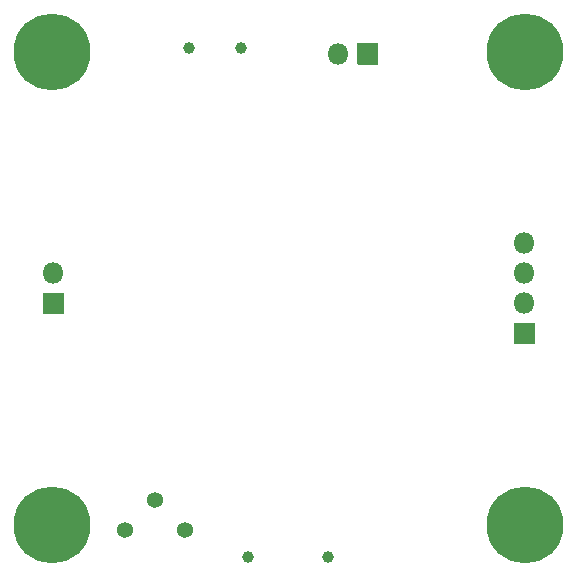
<source format=gbr>
G04 #@! TF.GenerationSoftware,KiCad,Pcbnew,(5.1.9)-1*
G04 #@! TF.CreationDate,2021-05-06T17:03:27+01:00*
G04 #@! TF.ProjectId,Little Logic Computer - Power+Timing,4c697474-6c65-4204-9c6f-67696320436f,2.0*
G04 #@! TF.SameCoordinates,Original*
G04 #@! TF.FileFunction,Soldermask,Bot*
G04 #@! TF.FilePolarity,Negative*
%FSLAX46Y46*%
G04 Gerber Fmt 4.6, Leading zero omitted, Abs format (unit mm)*
G04 Created by KiCad (PCBNEW (5.1.9)-1) date 2021-05-06 17:03:27*
%MOMM*%
%LPD*%
G01*
G04 APERTURE LIST*
%ADD10C,0.902000*%
%ADD11C,6.502000*%
%ADD12C,1.002000*%
%ADD13C,1.362000*%
%ADD14O,1.802000X1.802000*%
G04 APERTURE END LIST*
D10*
X148297056Y-80302944D03*
X146600000Y-79600000D03*
X144902944Y-80302944D03*
X144200000Y-82000000D03*
X144902944Y-83697056D03*
X146600000Y-84400000D03*
X148297056Y-83697056D03*
X149000000Y-82000000D03*
D11*
X146600000Y-82000000D03*
D10*
X148297056Y-120302944D03*
X146600000Y-119600000D03*
X144902944Y-120302944D03*
X144200000Y-122000000D03*
X144902944Y-123697056D03*
X146600000Y-124400000D03*
X148297056Y-123697056D03*
X149000000Y-122000000D03*
D11*
X146600000Y-122000000D03*
D10*
X108297056Y-120302944D03*
X106600000Y-119600000D03*
X104902944Y-120302944D03*
X104200000Y-122000000D03*
X104902944Y-123697056D03*
X106600000Y-124400000D03*
X108297056Y-123697056D03*
X109000000Y-122000000D03*
D11*
X106600000Y-122000000D03*
D12*
X129964400Y-124743200D03*
X123164400Y-124743200D03*
D13*
X112746800Y-122406400D03*
X115286800Y-119866400D03*
X117826800Y-122406400D03*
D12*
X118166800Y-81664800D03*
X122566800Y-81664800D03*
D14*
X146579600Y-98174800D03*
X146579600Y-100714800D03*
X146579600Y-103254800D03*
G36*
G01*
X147480600Y-104944800D02*
X147480600Y-106644800D01*
G75*
G02*
X147429600Y-106695800I-51000J0D01*
G01*
X145729600Y-106695800D01*
G75*
G02*
X145678600Y-106644800I0J51000D01*
G01*
X145678600Y-104944800D01*
G75*
G02*
X145729600Y-104893800I51000J0D01*
G01*
X147429600Y-104893800D01*
G75*
G02*
X147480600Y-104944800I0J-51000D01*
G01*
G37*
X106701600Y-100714800D03*
G36*
G01*
X107602600Y-102404800D02*
X107602600Y-104104800D01*
G75*
G02*
X107551600Y-104155800I-51000J0D01*
G01*
X105851600Y-104155800D01*
G75*
G02*
X105800600Y-104104800I0J51000D01*
G01*
X105800600Y-102404800D01*
G75*
G02*
X105851600Y-102353800I51000J0D01*
G01*
X107551600Y-102353800D01*
G75*
G02*
X107602600Y-102404800I0J-51000D01*
G01*
G37*
D10*
X108297056Y-80302944D03*
X106600000Y-79600000D03*
X104902944Y-80302944D03*
X104200000Y-82000000D03*
X104902944Y-83697056D03*
X106600000Y-84400000D03*
X108297056Y-83697056D03*
X109000000Y-82000000D03*
D11*
X106600000Y-82000000D03*
D14*
X130780800Y-82122000D03*
G36*
G01*
X132470800Y-81221000D02*
X134170800Y-81221000D01*
G75*
G02*
X134221800Y-81272000I0J-51000D01*
G01*
X134221800Y-82972000D01*
G75*
G02*
X134170800Y-83023000I-51000J0D01*
G01*
X132470800Y-83023000D01*
G75*
G02*
X132419800Y-82972000I0J51000D01*
G01*
X132419800Y-81272000D01*
G75*
G02*
X132470800Y-81221000I51000J0D01*
G01*
G37*
M02*

</source>
